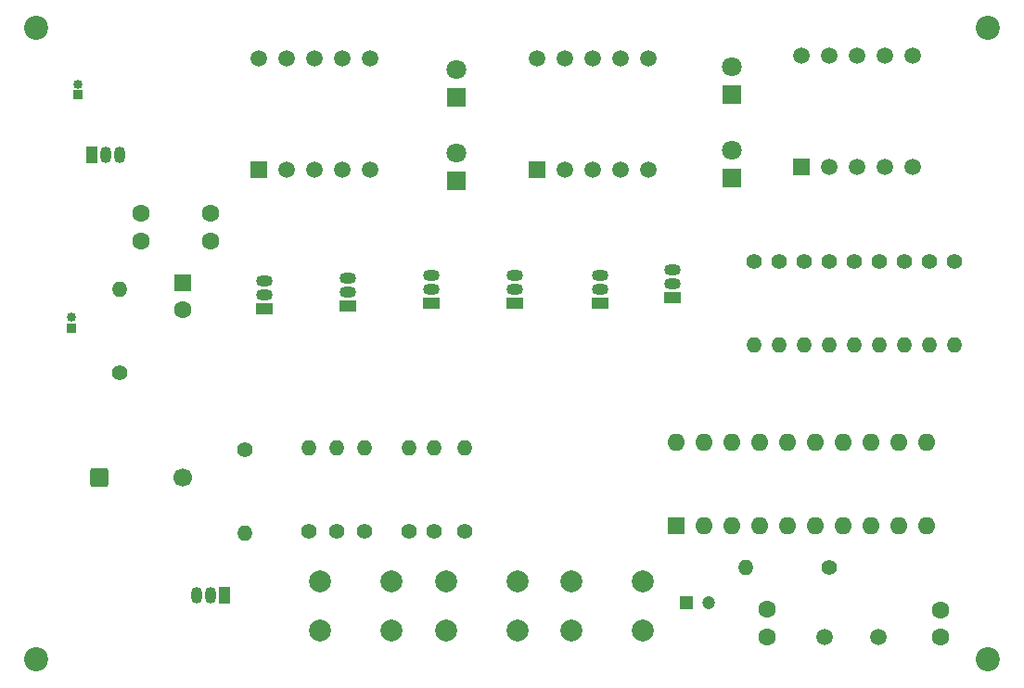
<source format=gbr>
%TF.GenerationSoftware,KiCad,Pcbnew,(7.0.0-0)*%
%TF.CreationDate,2023-02-25T23:33:50+02:00*%
%TF.ProjectId,ceas_8051,63656173-5f38-4303-9531-2e6b69636164,rev?*%
%TF.SameCoordinates,Original*%
%TF.FileFunction,Soldermask,Top*%
%TF.FilePolarity,Negative*%
%FSLAX46Y46*%
G04 Gerber Fmt 4.6, Leading zero omitted, Abs format (unit mm)*
G04 Created by KiCad (PCBNEW (7.0.0-0)) date 2023-02-25 23:33:50*
%MOMM*%
%LPD*%
G01*
G04 APERTURE LIST*
G04 Aperture macros list*
%AMRoundRect*
0 Rectangle with rounded corners*
0 $1 Rounding radius*
0 $2 $3 $4 $5 $6 $7 $8 $9 X,Y pos of 4 corners*
0 Add a 4 corners polygon primitive as box body*
4,1,4,$2,$3,$4,$5,$6,$7,$8,$9,$2,$3,0*
0 Add four circle primitives for the rounded corners*
1,1,$1+$1,$2,$3*
1,1,$1+$1,$4,$5*
1,1,$1+$1,$6,$7*
1,1,$1+$1,$8,$9*
0 Add four rect primitives between the rounded corners*
20,1,$1+$1,$2,$3,$4,$5,0*
20,1,$1+$1,$4,$5,$6,$7,0*
20,1,$1+$1,$6,$7,$8,$9,0*
20,1,$1+$1,$8,$9,$2,$3,0*%
G04 Aperture macros list end*
%ADD10C,2.200000*%
%ADD11C,1.500000*%
%ADD12R,1.500000X1.500000*%
%ADD13O,1.400000X1.400000*%
%ADD14C,1.400000*%
%ADD15C,1.800000*%
%ADD16R,1.800000X1.800000*%
%ADD17O,1.500000X1.050000*%
%ADD18R,1.500000X1.050000*%
%ADD19C,1.200000*%
%ADD20R,1.200000X1.200000*%
%ADD21C,1.600000*%
%ADD22RoundRect,0.249900X-0.600100X-0.600100X0.600100X-0.600100X0.600100X0.600100X-0.600100X0.600100X0*%
%ADD23C,1.700000*%
%ADD24R,0.850000X0.850000*%
%ADD25O,0.850000X0.850000*%
%ADD26O,1.050000X1.500000*%
%ADD27R,1.050000X1.500000*%
%ADD28R,1.600000X1.600000*%
%ADD29O,1.600000X1.600000*%
%ADD30C,2.000000*%
G04 APERTURE END LIST*
D10*
%TO.C,REF\u002A\u002A*%
X119888000Y-83312000D03*
%TD*%
%TO.C,REF\u002A\u002A*%
X33020000Y-83312000D03*
%TD*%
%TO.C,REF\u002A\u002A*%
X119888000Y-25654000D03*
%TD*%
%TO.C,REF\u002A\u002A*%
X33020000Y-25654000D03*
%TD*%
D11*
%TO.C,DS2*%
X78740000Y-28459500D03*
X81280000Y-28459500D03*
X83820000Y-28459500D03*
X86360000Y-28459500D03*
X88900000Y-28459500D03*
X88900000Y-38619500D03*
X86360000Y-38619500D03*
X83820000Y-38619500D03*
X81280000Y-38619500D03*
D12*
X78739999Y-38619499D03*
%TD*%
D11*
%TO.C,DS3*%
X102870000Y-28205500D03*
X105410000Y-28205500D03*
X107950000Y-28205500D03*
X110490000Y-28205500D03*
X113030000Y-28205500D03*
X113030000Y-38365500D03*
X110490000Y-38365500D03*
X107950000Y-38365500D03*
X105410000Y-38365500D03*
D12*
X102869999Y-38365499D03*
%TD*%
D13*
%TO.C,R14*%
X105409999Y-54609999D03*
D14*
X105410000Y-46990000D03*
%TD*%
D15*
%TO.C,D3*%
X96520000Y-36835000D03*
D16*
X96519999Y-39374999D03*
%TD*%
%TO.C,D2*%
X71373999Y-32003999D03*
D15*
X71374000Y-29464000D03*
%TD*%
%TO.C,D1*%
X71374000Y-37084000D03*
D16*
X71373999Y-39623999D03*
%TD*%
D12*
%TO.C,DS1*%
X53339999Y-38619499D03*
D11*
X55880000Y-38619500D03*
X58420000Y-38619500D03*
X60960000Y-38619500D03*
X63500000Y-38619500D03*
X63500000Y-28459500D03*
X60960000Y-28459500D03*
X58420000Y-28459500D03*
X55880000Y-28459500D03*
X53340000Y-28459500D03*
%TD*%
D17*
%TO.C,Q6*%
X84433999Y-48259999D03*
X84433999Y-49529999D03*
D18*
X84433999Y-50799999D03*
%TD*%
D19*
%TO.C,C1*%
X94372401Y-78105000D03*
D20*
X92372400Y-78104999D03*
%TD*%
D17*
%TO.C,Q3*%
X69089999Y-48259999D03*
X69089999Y-49529999D03*
D18*
X69089999Y-50799999D03*
%TD*%
D14*
%TO.C,R10*%
X114554000Y-46990000D03*
D13*
X114553999Y-54609999D03*
%TD*%
%TO.C,R15*%
X107695999Y-54609999D03*
D14*
X107696000Y-46990000D03*
%TD*%
%TO.C,R6*%
X69342000Y-71628000D03*
D13*
X69341999Y-64007999D03*
%TD*%
D21*
%TO.C,C5*%
X42545000Y-45065000D03*
X42545000Y-42565000D03*
%TD*%
D18*
%TO.C,Q2*%
X61467999Y-51053999D03*
D17*
X61467999Y-49783999D03*
X61467999Y-48513999D03*
%TD*%
D21*
%TO.C,C3*%
X115570000Y-78760000D03*
X115570000Y-81260000D03*
%TD*%
D14*
%TO.C,R5*%
X67056000Y-71628000D03*
D13*
X67055999Y-64007999D03*
%TD*%
D15*
%TO.C,D4*%
X96520000Y-29210000D03*
D16*
X96519999Y-31749999D03*
%TD*%
D22*
%TO.C,BZ1*%
X38755000Y-66675000D03*
D23*
X46355000Y-66675000D03*
%TD*%
D21*
%TO.C,C4*%
X48895000Y-42585000D03*
X48895000Y-45085000D03*
%TD*%
D17*
%TO.C,Q5*%
X91037999Y-47751999D03*
X91037999Y-49021999D03*
D18*
X91037999Y-50291999D03*
%TD*%
D24*
%TO.C,J2*%
X36829999Y-31749999D03*
D25*
X36829999Y-30749999D03*
%TD*%
D26*
%TO.C,Q7*%
X47624999Y-77469999D03*
X48894999Y-77469999D03*
D27*
X50164999Y-77469999D03*
%TD*%
D17*
%TO.C,Q1*%
X53847999Y-48767999D03*
X53847999Y-50037999D03*
D18*
X53847999Y-51307999D03*
%TD*%
D13*
%TO.C,R11*%
X112267999Y-54609999D03*
D14*
X112268000Y-46990000D03*
%TD*%
D25*
%TO.C,J1*%
X36194999Y-52069999D03*
D24*
X36194999Y-53069999D03*
%TD*%
D13*
%TO.C,R1*%
X97789999Y-74929999D03*
D14*
X105410000Y-74930000D03*
%TD*%
D28*
%TO.C,U1*%
X91439999Y-71119999D03*
D29*
X93979999Y-71119999D03*
X96519999Y-71119999D03*
X99059999Y-71119999D03*
X101599999Y-71119999D03*
X104139999Y-71119999D03*
X106679999Y-71119999D03*
X109219999Y-71119999D03*
X111759999Y-71119999D03*
X114299999Y-71119999D03*
X114299999Y-63499999D03*
X111759999Y-63499999D03*
X109219999Y-63499999D03*
X106679999Y-63499999D03*
X104139999Y-63499999D03*
X101599999Y-63499999D03*
X99059999Y-63499999D03*
X96519999Y-63499999D03*
X93979999Y-63499999D03*
X91439999Y-63499999D03*
%TD*%
D17*
%TO.C,Q4*%
X76709999Y-48259999D03*
X76709999Y-49529999D03*
D18*
X76709999Y-50799999D03*
%TD*%
D14*
%TO.C,R7*%
X72136000Y-71628000D03*
D13*
X72135999Y-64007999D03*
%TD*%
%TO.C,R4*%
X62991999Y-64007999D03*
D14*
X62992000Y-71628000D03*
%TD*%
D13*
%TO.C,R3*%
X60451999Y-64007999D03*
D14*
X60452000Y-71628000D03*
%TD*%
D13*
%TO.C,R13*%
X103123999Y-54609999D03*
D14*
X103124000Y-46990000D03*
%TD*%
D21*
%TO.C,C2*%
X99695000Y-78740000D03*
X99695000Y-81240000D03*
%TD*%
%TO.C,C6*%
X46355000Y-51395000D03*
D28*
X46354999Y-48894999D03*
%TD*%
D13*
%TO.C,R16*%
X100837999Y-54609999D03*
D14*
X100838000Y-46990000D03*
%TD*%
%TO.C,R17*%
X98552000Y-46990000D03*
D13*
X98551999Y-54609999D03*
%TD*%
D14*
%TO.C,R18*%
X40640000Y-57150000D03*
D13*
X40639999Y-49529999D03*
%TD*%
%TO.C,R9*%
X116839999Y-54609999D03*
D14*
X116840000Y-46990000D03*
%TD*%
D26*
%TO.C,U2*%
X40639999Y-37189999D03*
X39369999Y-37189999D03*
D27*
X38099999Y-37189999D03*
%TD*%
D11*
%TO.C,Y1*%
X109855000Y-81280000D03*
X104955000Y-81280000D03*
%TD*%
D14*
%TO.C,R8*%
X52070000Y-64135000D03*
D13*
X52069999Y-71754999D03*
%TD*%
%TO.C,R12*%
X109981999Y-54609999D03*
D14*
X109982000Y-46990000D03*
%TD*%
D13*
%TO.C,R2*%
X57911999Y-64007999D03*
D14*
X57912000Y-71628000D03*
%TD*%
D30*
%TO.C,S1*%
X81840000Y-76200000D03*
X88340000Y-76200000D03*
X81840000Y-80700000D03*
X88340000Y-80700000D03*
%TD*%
%TO.C,S2*%
X70410000Y-76200000D03*
X76910000Y-76200000D03*
X70410000Y-80700000D03*
X76910000Y-80700000D03*
%TD*%
%TO.C,S3*%
X58905000Y-76200000D03*
X65405000Y-76200000D03*
X58905000Y-80700000D03*
X65405000Y-80700000D03*
%TD*%
M02*

</source>
